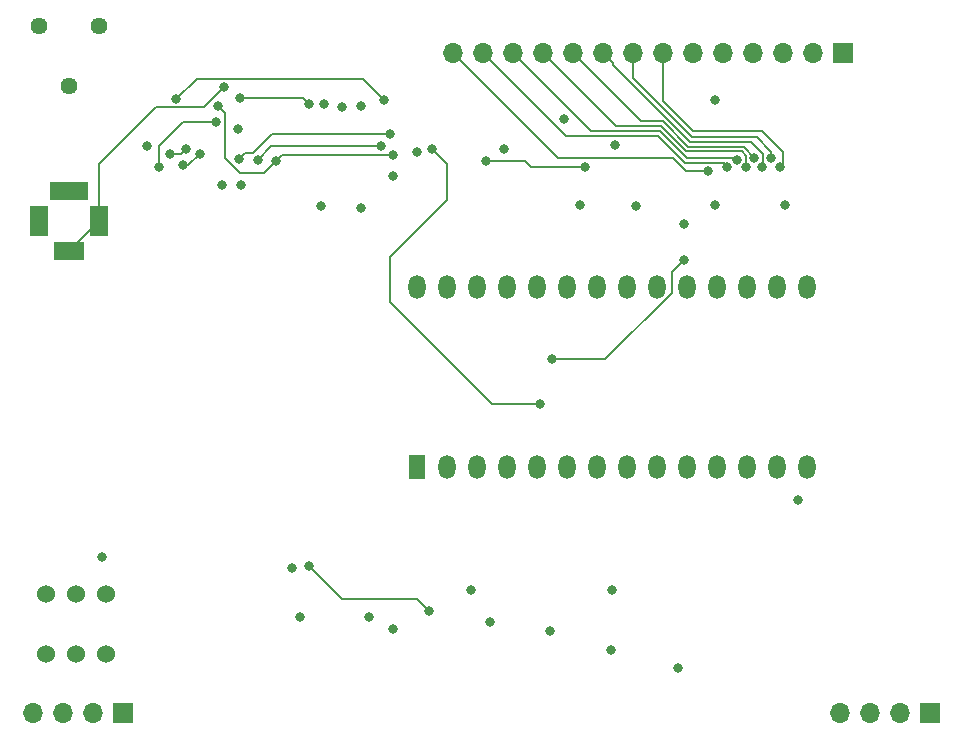
<source format=gbr>
%TF.GenerationSoftware,KiCad,Pcbnew,(5.1.10-1-10_14)*%
%TF.CreationDate,2021-11-12T08:41:43-05:00*%
%TF.ProjectId,audio,61756469-6f2e-46b6-9963-61645f706362,rev?*%
%TF.SameCoordinates,Original*%
%TF.FileFunction,Copper,L4,Bot*%
%TF.FilePolarity,Positive*%
%FSLAX46Y46*%
G04 Gerber Fmt 4.6, Leading zero omitted, Abs format (unit mm)*
G04 Created by KiCad (PCBNEW (5.1.10-1-10_14)) date 2021-11-12 08:41:43*
%MOMM*%
%LPD*%
G01*
G04 APERTURE LIST*
%TA.AperFunction,ComponentPad*%
%ADD10O,1.440000X2.000000*%
%TD*%
%TA.AperFunction,ComponentPad*%
%ADD11R,1.440000X2.000000*%
%TD*%
%TA.AperFunction,ComponentPad*%
%ADD12O,1.700000X1.700000*%
%TD*%
%TA.AperFunction,ComponentPad*%
%ADD13R,1.700000X1.700000*%
%TD*%
%TA.AperFunction,ComponentPad*%
%ADD14C,1.524000*%
%TD*%
%TA.AperFunction,ComponentPad*%
%ADD15C,1.440000*%
%TD*%
%TA.AperFunction,ComponentPad*%
%ADD16R,2.600000X1.500000*%
%TD*%
%TA.AperFunction,ComponentPad*%
%ADD17R,3.300000X1.600000*%
%TD*%
%TA.AperFunction,ComponentPad*%
%ADD18R,1.500000X2.600000*%
%TD*%
%TA.AperFunction,ViaPad*%
%ADD19C,0.800000*%
%TD*%
%TA.AperFunction,Conductor*%
%ADD20C,0.200000*%
%TD*%
G04 APERTURE END LIST*
D10*
%TO.P,U8,15*%
%TO.N,/D3*%
X205994000Y-59182000D03*
%TO.P,U8,14*%
%TO.N,GND*%
X205994000Y-74422000D03*
%TO.P,U8,16*%
%TO.N,/D4*%
X203454000Y-59182000D03*
%TO.P,U8,13*%
%TO.N,/D2*%
X203454000Y-74422000D03*
%TO.P,U8,17*%
%TO.N,/D5*%
X200914000Y-59182000D03*
%TO.P,U8,12*%
%TO.N,/D1*%
X200914000Y-74422000D03*
%TO.P,U8,18*%
%TO.N,/D6*%
X198374000Y-59182000D03*
%TO.P,U8,11*%
%TO.N,/DO*%
X198374000Y-74422000D03*
%TO.P,U8,19*%
%TO.N,/D7*%
X195834000Y-59182000D03*
%TO.P,U8,10*%
%TO.N,A0*%
X195834000Y-74422000D03*
%TO.P,U8,20*%
%TO.N,GND*%
X193294000Y-59182000D03*
%TO.P,U8,9*%
%TO.N,A1*%
X193294000Y-74422000D03*
%TO.P,U8,21*%
%TO.N,A10*%
X190754000Y-59182000D03*
%TO.P,U8,8*%
%TO.N,A2*%
X190754000Y-74422000D03*
%TO.P,U8,22*%
%TO.N,GND*%
X188214000Y-59182000D03*
%TO.P,U8,7*%
%TO.N,A3*%
X188214000Y-74422000D03*
%TO.P,U8,23*%
%TO.N,A11*%
X185674000Y-59182000D03*
%TO.P,U8,6*%
%TO.N,A4*%
X185674000Y-74422000D03*
%TO.P,U8,24*%
%TO.N,A9*%
X183134000Y-59182000D03*
%TO.P,U8,5*%
%TO.N,A5*%
X183134000Y-74422000D03*
%TO.P,U8,25*%
%TO.N,A8*%
X180594000Y-59182000D03*
%TO.P,U8,4*%
%TO.N,A6*%
X180594000Y-74422000D03*
%TO.P,U8,26*%
%TO.N,A13*%
X178054000Y-59182000D03*
%TO.P,U8,3*%
%TO.N,A7*%
X178054000Y-74422000D03*
%TO.P,U8,27*%
%TO.N,VCC*%
X175514000Y-59182000D03*
%TO.P,U8,2*%
%TO.N,A12*%
X175514000Y-74422000D03*
%TO.P,U8,28*%
%TO.N,VCC*%
X172974000Y-59182000D03*
D11*
%TO.P,U8,1*%
%TO.N,A14*%
X172974000Y-74422000D03*
%TD*%
D12*
%TO.P,J4,4*%
%TO.N,GND*%
X140462000Y-95250000D03*
%TO.P,J4,3*%
X143002000Y-95250000D03*
%TO.P,J4,2*%
X145542000Y-95250000D03*
D13*
%TO.P,J4,1*%
X148082000Y-95250000D03*
%TD*%
D12*
%TO.P,J3,4*%
%TO.N,VCC*%
X208788000Y-95250000D03*
%TO.P,J3,3*%
X211328000Y-95250000D03*
%TO.P,J3,2*%
X213868000Y-95250000D03*
D13*
%TO.P,J3,1*%
X216408000Y-95250000D03*
%TD*%
D12*
%TO.P,J1,14*%
%TO.N,DATABUS0*%
X176022000Y-39370000D03*
%TO.P,J1,13*%
%TO.N,DATABUS1*%
X178562000Y-39370000D03*
%TO.P,J1,12*%
%TO.N,DATABUS2*%
X181102000Y-39370000D03*
%TO.P,J1,11*%
%TO.N,DATABUS3*%
X183642000Y-39370000D03*
%TO.P,J1,10*%
%TO.N,DATABUS4*%
X186182000Y-39370000D03*
%TO.P,J1,9*%
%TO.N,DATABUS5*%
X188722000Y-39370000D03*
%TO.P,J1,8*%
%TO.N,DATABUS6*%
X191262000Y-39370000D03*
%TO.P,J1,7*%
%TO.N,DATABUS7*%
X193802000Y-39370000D03*
%TO.P,J1,6*%
%TO.N,LOAD_DIVISION*%
X196342000Y-39370000D03*
%TO.P,J1,5*%
%TO.N,LOAD_META*%
X198882000Y-39370000D03*
%TO.P,J1,4*%
%TO.N,SPEAKER_OUT*%
X201422000Y-39370000D03*
%TO.P,J1,3*%
%TO.N,CRYSTAL_OSCILLATOR_IN*%
X203962000Y-39370000D03*
%TO.P,J1,2*%
%TO.N,GND*%
X206502000Y-39370000D03*
D13*
%TO.P,J1,1*%
%TO.N,VCC*%
X209042000Y-39370000D03*
%TD*%
D14*
%TO.P,SW1,2*%
%TO.N,SPEAKER_OUT*%
X141604000Y-85118000D03*
%TO.P,SW1,3*%
%TO.N,Net-(R17-Pad2)*%
X144144000Y-85118000D03*
%TO.P,SW1,1*%
%TO.N,Net-(R14-Pad1)*%
X146684000Y-85118000D03*
%TO.P,SW1,*%
%TO.N,*%
X141604000Y-90198000D03*
X144144000Y-90198000D03*
X146684000Y-90198000D03*
%TD*%
D15*
%TO.P,RV1,1*%
%TO.N,Net-(RV1-Pad1)*%
X140970000Y-37084000D03*
%TO.P,RV1,2*%
%TO.N,Net-(LS1-PadR1)*%
X143510000Y-42164000D03*
%TO.P,RV1,3*%
%TO.N,GND*%
X146050000Y-37084000D03*
%TD*%
D16*
%TO.P,LS1,S*%
%TO.N,SPEAKER_OUT*%
X143510000Y-56134000D03*
D17*
%TO.P,LS1,R2*%
%TO.N,Net-(LS1-PadR1)*%
X143510000Y-51054000D03*
D18*
%TO.P,LS1,T*%
%TO.N,SPEAKER_OUT*%
X146050000Y-53594000D03*
%TO.P,LS1,R1*%
%TO.N,Net-(LS1-PadR1)*%
X140970000Y-53594000D03*
%TD*%
D19*
%TO.N,GND*%
X195072000Y-91440000D03*
X204093000Y-52201000D03*
X198243000Y-52201000D03*
X191516000Y-52324000D03*
X186813000Y-52193000D03*
X146304000Y-82042000D03*
X205232000Y-77216000D03*
X189419000Y-89851000D03*
X163068000Y-87122000D03*
X170942000Y-88138000D03*
X179197000Y-87503000D03*
X184277000Y-88265000D03*
X180340000Y-47498000D03*
X166624000Y-43942000D03*
X170942000Y-49784000D03*
X168275000Y-52451000D03*
X158053000Y-50481000D03*
X156464000Y-50546000D03*
%TO.N,VCC*%
X198243000Y-43303000D03*
X189484000Y-84836000D03*
X177546000Y-84836000D03*
X162433000Y-82931000D03*
X168910000Y-87122000D03*
X150114000Y-47244000D03*
X185420000Y-44958000D03*
X172974000Y-47752000D03*
X157795990Y-45775630D03*
%TO.N,SPEAKER_OUT*%
X156646802Y-42215166D03*
%TO.N,/QDIVISION7*%
X187198000Y-49022000D03*
X178815990Y-48514000D03*
%TO.N,LOAD_DIVISION*%
X189737613Y-47118220D03*
%TO.N,FREQ0*%
X153162000Y-48852775D03*
X154592172Y-47882012D03*
%TO.N,FREQ1*%
X152057320Y-47885700D03*
X153450173Y-47449836D03*
%TO.N,FREQ2*%
X151130000Y-49022000D03*
X157988000Y-43180000D03*
X155999659Y-45202135D03*
X163830000Y-43688000D03*
%TO.N,FREQ3*%
X164846000Y-52324000D03*
X165100000Y-43688000D03*
%TO.N,~ENABLE_COUNTER_LOAD*%
X168275000Y-43815000D03*
%TO.N,FREQUENCY_CLOCK_PULSE*%
X183388000Y-69088000D03*
X174244000Y-47498000D03*
X173990000Y-86614000D03*
X163830000Y-82804000D03*
%TO.N,FREQ5*%
X169926000Y-47244000D03*
X159522282Y-48369267D03*
%TO.N,FREQ4*%
X170688000Y-46228000D03*
X157928371Y-48330973D03*
%TO.N,FREQ7*%
X170204490Y-43320145D03*
X152588268Y-43241990D03*
%TO.N,A13*%
X195580000Y-53848000D03*
%TO.N,A14*%
X195580000Y-56896000D03*
X184404000Y-65278000D03*
%TO.N,DATABUS0*%
X197651790Y-49360021D03*
%TO.N,DATABUS1*%
X199258643Y-48973272D03*
%TO.N,DATABUS2*%
X200065162Y-48382043D03*
%TO.N,DATABUS3*%
X200826591Y-49030310D03*
%TO.N,DATABUS4*%
X201545989Y-48201189D03*
%TO.N,DATABUS5*%
X202226602Y-49022000D03*
%TO.N,DATABUS6*%
X202946000Y-48260000D03*
%TO.N,DATABUS7*%
X203708000Y-49022000D03*
%TO.N,CRYSTAL_OSCILLATOR_IN*%
X161036000Y-48514000D03*
X170942000Y-48006000D03*
X156085974Y-43802123D03*
%TD*%
D20*
%TO.N,SPEAKER_OUT*%
X143510000Y-56134000D02*
X146050000Y-53594000D01*
X146050000Y-53594000D02*
X146050000Y-48768000D01*
X150876000Y-43942000D02*
X154919968Y-43942000D01*
X154919968Y-43942000D02*
X156646802Y-42215166D01*
X146050000Y-48768000D02*
X150876000Y-43942000D01*
%TO.N,/QDIVISION7*%
X178816000Y-48514010D02*
X178815990Y-48514000D01*
X187198000Y-49022000D02*
X182626000Y-49022000D01*
X182118000Y-48514000D02*
X178815990Y-48514000D01*
X182626000Y-49022000D02*
X182118000Y-48514000D01*
%TO.N,FREQ0*%
X154592172Y-47882012D02*
X153621409Y-48852775D01*
X153621409Y-48852775D02*
X153162000Y-48852775D01*
%TO.N,FREQ1*%
X153014309Y-47885700D02*
X153450173Y-47449836D01*
X152057320Y-47885700D02*
X153014309Y-47885700D01*
%TO.N,FREQ2*%
X163322000Y-43180000D02*
X157988000Y-43180000D01*
X151130000Y-47244000D02*
X153171865Y-45202135D01*
X153171865Y-45202135D02*
X155999659Y-45202135D01*
X151130000Y-49022000D02*
X151130000Y-47244000D01*
X163322000Y-43180000D02*
X163830000Y-43688000D01*
%TO.N,FREQUENCY_CLOCK_PULSE*%
X183388000Y-69088000D02*
X179324000Y-69088000D01*
X179324000Y-69088000D02*
X170688000Y-60452000D01*
X170688000Y-60452000D02*
X170688000Y-56642000D01*
X170688000Y-56642000D02*
X175514000Y-51816000D01*
X175514000Y-51816000D02*
X175514000Y-48768000D01*
X175514000Y-48768000D02*
X174244000Y-47498000D01*
X173990000Y-86614000D02*
X172974000Y-85598000D01*
X172974000Y-85598000D02*
X166624000Y-85598000D01*
X166624000Y-85598000D02*
X163830000Y-82804000D01*
%TO.N,FREQ5*%
X169926000Y-47244000D02*
X160647549Y-47244000D01*
X160647549Y-47244000D02*
X159522282Y-48369267D01*
%TO.N,FREQ4*%
X160679283Y-46228000D02*
X159083178Y-47824105D01*
X159083178Y-47824105D02*
X158435239Y-47824105D01*
X158435239Y-47824105D02*
X157928371Y-48330973D01*
X170688000Y-46228000D02*
X160679283Y-46228000D01*
%TO.N,FREQ7*%
X168399510Y-41515165D02*
X154315093Y-41515165D01*
X154315093Y-41515165D02*
X152588268Y-43241990D01*
X170204490Y-43320145D02*
X168399510Y-41515165D01*
%TO.N,A14*%
X195580000Y-56896000D02*
X194564000Y-57912000D01*
X194564000Y-59634511D02*
X188920511Y-65278000D01*
X194564000Y-57912000D02*
X194564000Y-59634511D01*
X188920511Y-65278000D02*
X184404000Y-65278000D01*
%TO.N,DATABUS0*%
X176022000Y-39370000D02*
X184890090Y-48238090D01*
X184890090Y-48238090D02*
X194646190Y-48238090D01*
X194646190Y-48238090D02*
X195768121Y-49360021D01*
X195768121Y-49360021D02*
X197651790Y-49360021D01*
%TO.N,DATABUS1*%
X178562000Y-39370000D02*
X185566011Y-46374011D01*
X193347811Y-46374011D02*
X195633811Y-48660011D01*
X195633811Y-48660011D02*
X198945382Y-48660011D01*
X185566011Y-46374011D02*
X193347811Y-46374011D01*
X198945382Y-48660011D02*
X199258643Y-48973272D01*
%TO.N,DATABUS2*%
X199940328Y-48257209D02*
X200065162Y-48382043D01*
X193513500Y-45974000D02*
X195796709Y-48257209D01*
X187706000Y-45974000D02*
X193513500Y-45974000D01*
X181102000Y-39370000D02*
X187706000Y-45974000D01*
X195796709Y-48257209D02*
X199940328Y-48257209D01*
%TO.N,DATABUS3*%
X200826591Y-48047491D02*
X200826591Y-49030310D01*
X183642000Y-39370000D02*
X189814042Y-45542042D01*
X193647242Y-45542042D02*
X195787233Y-47682033D01*
X189814042Y-45542042D02*
X193647242Y-45542042D01*
X200461133Y-47682033D02*
X200826591Y-48047491D01*
X195787233Y-47682033D02*
X200461133Y-47682033D01*
%TO.N,DATABUS4*%
X191954031Y-45142031D02*
X193812931Y-45142031D01*
X195952922Y-47282022D02*
X200626822Y-47282022D01*
X193812931Y-45142031D02*
X195952922Y-47282022D01*
X200626822Y-47282022D02*
X201545989Y-48201189D01*
X186182000Y-39370000D02*
X191954031Y-45142031D01*
%TO.N,DATABUS5*%
X188722000Y-39370000D02*
X189571999Y-40219999D01*
X201256311Y-46882011D02*
X202245999Y-47871699D01*
X202245999Y-47871699D02*
X202245999Y-49002603D01*
X202245999Y-49002603D02*
X202226602Y-49022000D01*
X189571999Y-40219999D02*
X189571999Y-40335399D01*
X189571999Y-40335399D02*
X196118611Y-46882011D01*
X196118611Y-46882011D02*
X201256311Y-46882011D01*
%TO.N,DATABUS6*%
X201733685Y-46482000D02*
X196284300Y-46482000D01*
X202946000Y-48260000D02*
X202946000Y-47694315D01*
X202946000Y-47694315D02*
X201733685Y-46482000D01*
X191262000Y-41459700D02*
X191262000Y-39370000D01*
X196284300Y-46482000D02*
X191262000Y-41459700D01*
%TO.N,DATABUS7*%
X193802000Y-39370000D02*
X193802000Y-43434000D01*
X193802000Y-43434000D02*
X196342000Y-45974000D01*
X196342000Y-45974000D02*
X202184000Y-45974000D01*
X202184000Y-45974000D02*
X203962000Y-47752000D01*
X203962000Y-47752000D02*
X203962000Y-48768000D01*
X203962000Y-48768000D02*
X203708000Y-49022000D01*
%TO.N,CRYSTAL_OSCILLATOR_IN*%
X161544000Y-48006000D02*
X161036000Y-48514000D01*
X170942000Y-48006000D02*
X161544000Y-48006000D01*
X157988000Y-49530000D02*
X156726031Y-48268031D01*
X156726031Y-44442180D02*
X156085974Y-43802123D01*
X160020000Y-49530000D02*
X157988000Y-49530000D01*
X161036000Y-48514000D02*
X160020000Y-49530000D01*
X156726031Y-48268031D02*
X156726031Y-44442180D01*
%TD*%
M02*

</source>
